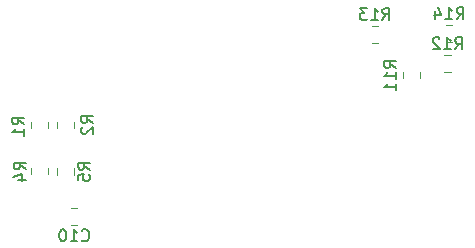
<source format=gbr>
%TF.GenerationSoftware,KiCad,Pcbnew,(5.1.6-0-10_14)*%
%TF.CreationDate,2021-01-11T17:17:34-08:00*%
%TF.ProjectId,AD7766_dev_board,41443737-3636-45f6-9465-765f626f6172,rev?*%
%TF.SameCoordinates,Original*%
%TF.FileFunction,Legend,Bot*%
%TF.FilePolarity,Positive*%
%FSLAX46Y46*%
G04 Gerber Fmt 4.6, Leading zero omitted, Abs format (unit mm)*
G04 Created by KiCad (PCBNEW (5.1.6-0-10_14)) date 2021-01-11 17:17:34*
%MOMM*%
%LPD*%
G01*
G04 APERTURE LIST*
%ADD10C,0.120000*%
%ADD11C,0.150000*%
G04 APERTURE END LIST*
D10*
%TO.C,R14*%
X28823752Y11632000D02*
X28301248Y11632000D01*
X28823752Y10212000D02*
X28301248Y10212000D01*
%TO.C,R13*%
X22540752Y11568500D02*
X22018248Y11568500D01*
X22540752Y10148500D02*
X22018248Y10148500D01*
%TO.C,R12*%
X28700252Y9092000D02*
X28177748Y9092000D01*
X28700252Y7672000D02*
X28177748Y7672000D01*
%TO.C,R11*%
X26101000Y7104748D02*
X26101000Y7627252D01*
X24681000Y7104748D02*
X24681000Y7627252D01*
%TO.C,R5*%
X-3227000Y-1032252D02*
X-3227000Y-509748D01*
X-4647000Y-1032252D02*
X-4647000Y-509748D01*
%TO.C,R4*%
X-6797000Y-500748D02*
X-6797000Y-1023252D01*
X-5377000Y-500748D02*
X-5377000Y-1023252D01*
%TO.C,R2*%
X-4647000Y3445252D02*
X-4647000Y2922748D01*
X-3227000Y3445252D02*
X-3227000Y2922748D01*
%TO.C,R1*%
X-5386000Y2922748D02*
X-5386000Y3445252D01*
X-6806000Y2922748D02*
X-6806000Y3445252D01*
%TO.C,C10*%
X-3427252Y-5282000D02*
X-2904748Y-5282000D01*
X-3427252Y-3862000D02*
X-2904748Y-3862000D01*
%TO.C,R14*%
D11*
X29205357Y12119619D02*
X29538690Y12595809D01*
X29776785Y12119619D02*
X29776785Y13119619D01*
X29395833Y13119619D01*
X29300595Y13072000D01*
X29252976Y13024380D01*
X29205357Y12929142D01*
X29205357Y12786285D01*
X29252976Y12691047D01*
X29300595Y12643428D01*
X29395833Y12595809D01*
X29776785Y12595809D01*
X28252976Y12119619D02*
X28824404Y12119619D01*
X28538690Y12119619D02*
X28538690Y13119619D01*
X28633928Y12976761D01*
X28729166Y12881523D01*
X28824404Y12833904D01*
X27395833Y12786285D02*
X27395833Y12119619D01*
X27633928Y13167238D02*
X27872023Y12452952D01*
X27252976Y12452952D01*
%TO.C,R13*%
X22922357Y12056119D02*
X23255690Y12532309D01*
X23493785Y12056119D02*
X23493785Y13056119D01*
X23112833Y13056119D01*
X23017595Y13008500D01*
X22969976Y12960880D01*
X22922357Y12865642D01*
X22922357Y12722785D01*
X22969976Y12627547D01*
X23017595Y12579928D01*
X23112833Y12532309D01*
X23493785Y12532309D01*
X21969976Y12056119D02*
X22541404Y12056119D01*
X22255690Y12056119D02*
X22255690Y13056119D01*
X22350928Y12913261D01*
X22446166Y12818023D01*
X22541404Y12770404D01*
X21636642Y13056119D02*
X21017595Y13056119D01*
X21350928Y12675166D01*
X21208071Y12675166D01*
X21112833Y12627547D01*
X21065214Y12579928D01*
X21017595Y12484690D01*
X21017595Y12246595D01*
X21065214Y12151357D01*
X21112833Y12103738D01*
X21208071Y12056119D01*
X21493785Y12056119D01*
X21589023Y12103738D01*
X21636642Y12151357D01*
%TO.C,R12*%
X29081857Y9579619D02*
X29415190Y10055809D01*
X29653285Y9579619D02*
X29653285Y10579619D01*
X29272333Y10579619D01*
X29177095Y10532000D01*
X29129476Y10484380D01*
X29081857Y10389142D01*
X29081857Y10246285D01*
X29129476Y10151047D01*
X29177095Y10103428D01*
X29272333Y10055809D01*
X29653285Y10055809D01*
X28129476Y9579619D02*
X28700904Y9579619D01*
X28415190Y9579619D02*
X28415190Y10579619D01*
X28510428Y10436761D01*
X28605666Y10341523D01*
X28700904Y10293904D01*
X27748523Y10484380D02*
X27700904Y10532000D01*
X27605666Y10579619D01*
X27367571Y10579619D01*
X27272333Y10532000D01*
X27224714Y10484380D01*
X27177095Y10389142D01*
X27177095Y10293904D01*
X27224714Y10151047D01*
X27796142Y9579619D01*
X27177095Y9579619D01*
%TO.C,R11*%
X24074380Y8008857D02*
X23598190Y8342190D01*
X24074380Y8580285D02*
X23074380Y8580285D01*
X23074380Y8199333D01*
X23122000Y8104095D01*
X23169619Y8056476D01*
X23264857Y8008857D01*
X23407714Y8008857D01*
X23502952Y8056476D01*
X23550571Y8104095D01*
X23598190Y8199333D01*
X23598190Y8580285D01*
X24074380Y7056476D02*
X24074380Y7627904D01*
X24074380Y7342190D02*
X23074380Y7342190D01*
X23217238Y7437428D01*
X23312476Y7532666D01*
X23360095Y7627904D01*
X24074380Y6104095D02*
X24074380Y6675523D01*
X24074380Y6389809D02*
X23074380Y6389809D01*
X23217238Y6485047D01*
X23312476Y6580285D01*
X23360095Y6675523D01*
%TO.C,R5*%
X-1834619Y-604333D02*
X-2310809Y-271000D01*
X-1834619Y-32904D02*
X-2834619Y-32904D01*
X-2834619Y-413857D01*
X-2787000Y-509095D01*
X-2739380Y-556714D01*
X-2644142Y-604333D01*
X-2501285Y-604333D01*
X-2406047Y-556714D01*
X-2358428Y-509095D01*
X-2310809Y-413857D01*
X-2310809Y-32904D01*
X-2834619Y-1509095D02*
X-2834619Y-1032904D01*
X-2358428Y-985285D01*
X-2406047Y-1032904D01*
X-2453666Y-1128142D01*
X-2453666Y-1366238D01*
X-2406047Y-1461476D01*
X-2358428Y-1509095D01*
X-2263190Y-1556714D01*
X-2025095Y-1556714D01*
X-1929857Y-1509095D01*
X-1882238Y-1461476D01*
X-1834619Y-1366238D01*
X-1834619Y-1128142D01*
X-1882238Y-1032904D01*
X-1929857Y-985285D01*
%TO.C,R4*%
X-7284619Y-595333D02*
X-7760809Y-262000D01*
X-7284619Y-23904D02*
X-8284619Y-23904D01*
X-8284619Y-404857D01*
X-8237000Y-500095D01*
X-8189380Y-547714D01*
X-8094142Y-595333D01*
X-7951285Y-595333D01*
X-7856047Y-547714D01*
X-7808428Y-500095D01*
X-7760809Y-404857D01*
X-7760809Y-23904D01*
X-7951285Y-1452476D02*
X-7284619Y-1452476D01*
X-8332238Y-1214380D02*
X-7617952Y-976285D01*
X-7617952Y-1595333D01*
%TO.C,R2*%
X-1579619Y3350666D02*
X-2055809Y3684000D01*
X-1579619Y3922095D02*
X-2579619Y3922095D01*
X-2579619Y3541142D01*
X-2532000Y3445904D01*
X-2484380Y3398285D01*
X-2389142Y3350666D01*
X-2246285Y3350666D01*
X-2151047Y3398285D01*
X-2103428Y3445904D01*
X-2055809Y3541142D01*
X-2055809Y3922095D01*
X-2484380Y2969714D02*
X-2532000Y2922095D01*
X-2579619Y2826857D01*
X-2579619Y2588761D01*
X-2532000Y2493523D01*
X-2484380Y2445904D01*
X-2389142Y2398285D01*
X-2293904Y2398285D01*
X-2151047Y2445904D01*
X-1579619Y3017333D01*
X-1579619Y2398285D01*
%TO.C,R1*%
X-7421619Y3214666D02*
X-7897809Y3548000D01*
X-7421619Y3786095D02*
X-8421619Y3786095D01*
X-8421619Y3405142D01*
X-8374000Y3309904D01*
X-8326380Y3262285D01*
X-8231142Y3214666D01*
X-8088285Y3214666D01*
X-7993047Y3262285D01*
X-7945428Y3309904D01*
X-7897809Y3405142D01*
X-7897809Y3786095D01*
X-7421619Y2262285D02*
X-7421619Y2833714D01*
X-7421619Y2548000D02*
X-8421619Y2548000D01*
X-8278761Y2643238D01*
X-8183523Y2738476D01*
X-8135904Y2833714D01*
%TO.C,C10*%
X-2523142Y-6579142D02*
X-2475523Y-6626761D01*
X-2332666Y-6674380D01*
X-2237428Y-6674380D01*
X-2094571Y-6626761D01*
X-1999333Y-6531523D01*
X-1951714Y-6436285D01*
X-1904095Y-6245809D01*
X-1904095Y-6102952D01*
X-1951714Y-5912476D01*
X-1999333Y-5817238D01*
X-2094571Y-5722000D01*
X-2237428Y-5674380D01*
X-2332666Y-5674380D01*
X-2475523Y-5722000D01*
X-2523142Y-5769619D01*
X-3475523Y-6674380D02*
X-2904095Y-6674380D01*
X-3189809Y-6674380D02*
X-3189809Y-5674380D01*
X-3094571Y-5817238D01*
X-2999333Y-5912476D01*
X-2904095Y-5960095D01*
X-4094571Y-5674380D02*
X-4189809Y-5674380D01*
X-4285047Y-5722000D01*
X-4332666Y-5769619D01*
X-4380285Y-5864857D01*
X-4427904Y-6055333D01*
X-4427904Y-6293428D01*
X-4380285Y-6483904D01*
X-4332666Y-6579142D01*
X-4285047Y-6626761D01*
X-4189809Y-6674380D01*
X-4094571Y-6674380D01*
X-3999333Y-6626761D01*
X-3951714Y-6579142D01*
X-3904095Y-6483904D01*
X-3856476Y-6293428D01*
X-3856476Y-6055333D01*
X-3904095Y-5864857D01*
X-3951714Y-5769619D01*
X-3999333Y-5722000D01*
X-4094571Y-5674380D01*
%TD*%
M02*

</source>
